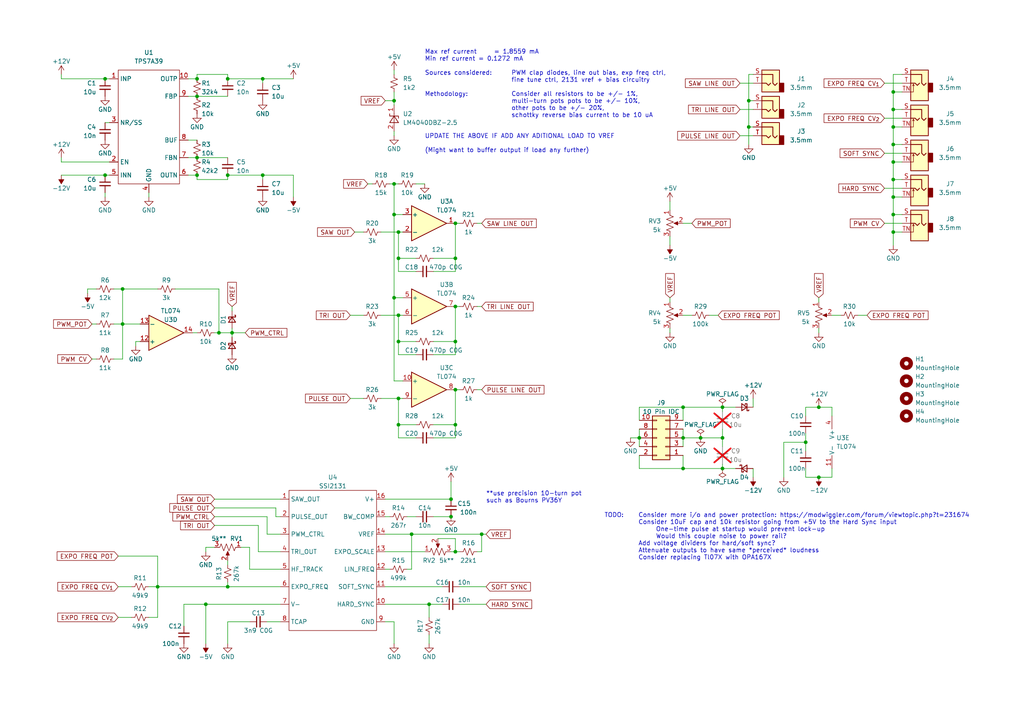
<source format=kicad_sch>
(kicad_sch (version 20230121) (generator eeschema)
  (paper "A4")
  (title_block (title "SSI2131 Reference") (rev "V0.1") (comment 1 "All Caps should be X7R or C0G"))
  (junction (at 35.56 83.82))
  (junction (at 124.46 175.26))
  (junction (at 259.08 57.15))
  (junction (at 203.2 127))
  (junction (at 237.49 118.11))
  (junction (at 66.04 22.86))
  (junction (at 115.57 67.31))
  (junction (at 259.08 41.91))
  (junction (at 57.15 50.8))
  (junction (at 59.69 175.26))
  (junction (at 35.56 93.98))
  (junction (at 63.5 96.52))
  (junction (at 209.55 127))
  (junction (at 115.57 123.19))
  (junction (at 198.12 118.11))
  (junction (at 66.04 50.8))
  (junction (at 209.55 135.89))
  (junction (at 119.38 154.94))
  (junction (at 259.08 52.07))
  (junction (at 30.48 22.86))
  (junction (at 259.08 62.23))
  (junction (at 132.08 64.77))
  (junction (at 217.17 36.83))
  (junction (at 198.12 127))
  (junction (at 132.08 113.03))
  (junction (at 114.3 29.21))
  (junction (at 115.57 91.44))
  (junction (at 198.12 135.89))
  (junction (at 130.81 144.78))
  (junction (at 259.08 46.99))
  (junction (at 67.31 96.52))
  (junction (at 45.72 170.18))
  (junction (at 130.81 149.86))
  (junction (at 66.04 170.18))
  (junction (at 57.15 27.94))
  (junction (at 259.08 31.75))
  (junction (at 114.3 53.34))
  (junction (at 132.08 74.93))
  (junction (at 259.08 26.67))
  (junction (at 115.57 115.57))
  (junction (at 139.7 154.94))
  (junction (at 132.08 99.06))
  (junction (at 30.48 50.8))
  (junction (at 132.08 88.9))
  (junction (at 114.3 62.23))
  (junction (at 115.57 74.93))
  (junction (at 259.08 67.31))
  (junction (at 217.17 29.21))
  (junction (at 132.08 160.02))
  (junction (at 132.08 123.19))
  (junction (at 76.2 50.8))
  (junction (at 114.3 86.36))
  (junction (at 209.55 118.11))
  (junction (at 237.49 138.43))
  (junction (at 57.15 45.72))
  (junction (at 233.68 128.27))
  (junction (at 57.15 22.86))
  (junction (at 185.42 127))
  (junction (at 115.57 99.06))
  (junction (at 76.2 22.86))
  (junction (at 259.08 36.83))
  (wire (pts (xy 182.88 127) (xy 185.42 127)))
  (wire (pts (xy 227.33 128.27) (xy 227.33 138.43)))
  (wire (pts (xy 72.39 158.75) (xy 69.85 158.75)))
  (wire (pts (xy 214.63 31.75) (xy 218.44 31.75)))
  (wire (pts (xy 241.3 91.44) (xy 243.84 91.44)))
  (wire (pts (xy 115.57 123.19) (xy 115.57 127)))
  (wire (pts (xy 198.12 118.11) (xy 198.12 121.92)))
  (wire (pts (xy 62.23 158.75) (xy 59.69 158.75)))
  (wire (pts (xy 259.08 52.07) (xy 261.62 52.07)))
  (wire (pts (xy 256.54 54.61) (xy 261.62 54.61)))
  (wire (pts (xy 203.2 127) (xy 209.55 127)))
  (wire (pts (xy 259.08 36.83) (xy 261.62 36.83)))
  (wire (pts (xy 35.56 83.82) (xy 45.72 83.82)))
  (wire (pts (xy 114.3 62.23) (xy 116.84 62.23)))
  (wire (pts (xy 111.76 175.26) (xy 124.46 175.26)))
  (wire (pts (xy 218.44 138.43) (xy 218.44 135.89)))
  (wire (pts (xy 114.3 26.67) (xy 114.3 29.21)))
  (wire (pts (xy 111.76 180.34) (xy 114.3 180.34)))
  (wire (pts (xy 259.08 31.75) (xy 261.62 31.75)))
  (wire (pts (xy 76.2 22.86) (xy 85.09 22.86)))
  (wire (pts (xy 45.72 170.18) (xy 66.04 170.18)))
  (wire (pts (xy 111.76 170.18) (xy 128.27 170.18)))
  (wire (pts (xy 259.08 57.15) (xy 261.62 57.15)))
  (wire (pts (xy 138.43 64.77) (xy 139.7 64.77)))
  (wire (pts (xy 233.68 138.43) (xy 237.49 138.43)))
  (wire (pts (xy 194.31 68.58) (xy 194.31 71.12)))
  (wire (pts (xy 30.48 50.8) (xy 31.75 50.8)))
  (wire (pts (xy 63.5 96.52) (xy 63.5 83.82)))
  (wire (pts (xy 66.04 162.56) (xy 66.04 163.83)))
  (wire (pts (xy 114.3 86.36) (xy 114.3 110.49)))
  (wire (pts (xy 132.08 123.19) (xy 132.08 113.03)))
  (wire (pts (xy 123.19 53.34) (xy 120.65 53.34)))
  (wire (pts (xy 57.15 52.07) (xy 66.04 52.07)))
  (wire (pts (xy 256.54 24.13) (xy 261.62 24.13)))
  (wire (pts (xy 76.2 52.07) (xy 76.2 50.8)))
  (wire (pts (xy 198.12 132.08) (xy 198.12 135.89)))
  (wire (pts (xy 185.42 127) (xy 185.42 129.54)))
  (wire (pts (xy 114.3 86.36) (xy 116.84 86.36)))
  (wire (pts (xy 198.12 127) (xy 203.2 127)))
  (wire (pts (xy 72.39 180.34) (xy 66.04 180.34)))
  (wire (pts (xy 217.17 36.83) (xy 218.44 36.83)))
  (wire (pts (xy 63.5 96.52) (xy 67.31 96.52)))
  (wire (pts (xy 111.76 165.1) (xy 113.03 165.1)))
  (wire (pts (xy 35.56 93.98) (xy 40.64 93.98)))
  (wire (pts (xy 39.37 99.06) (xy 39.37 100.33)))
  (wire (pts (xy 205.74 91.44) (xy 208.28 91.44)))
  (wire (pts (xy 256.54 34.29) (xy 261.62 34.29)))
  (wire (pts (xy 124.46 175.26) (xy 128.27 175.26)))
  (wire (pts (xy 66.04 50.8) (xy 76.2 50.8)))
  (wire (pts (xy 120.65 74.93) (xy 115.57 74.93)))
  (wire (pts (xy 132.08 160.02) (xy 132.08 156.21)))
  (wire (pts (xy 111.76 144.78) (xy 130.81 144.78)))
  (wire (pts (xy 77.47 180.34) (xy 81.28 180.34)))
  (wire (pts (xy 259.08 41.91) (xy 259.08 46.99)))
  (wire (pts (xy 185.42 132.08) (xy 185.42 135.89)))
  (wire (pts (xy 59.69 175.26) (xy 81.28 175.26)))
  (wire (pts (xy 259.08 62.23) (xy 261.62 62.23)))
  (wire (pts (xy 115.57 127) (xy 120.65 127)))
  (wire (pts (xy 241.3 138.43) (xy 237.49 138.43)))
  (wire (pts (xy 259.08 21.59) (xy 261.62 21.59)))
  (wire (pts (xy 120.65 123.19) (xy 115.57 123.19)))
  (wire (pts (xy 130.81 139.7) (xy 130.81 144.78)))
  (wire (pts (xy 33.02 83.82) (xy 35.56 83.82)))
  (wire (pts (xy 217.17 36.83) (xy 217.17 41.91)))
  (wire (pts (xy 53.34 181.61) (xy 53.34 175.26)))
  (wire (pts (xy 209.55 127) (xy 209.55 129.54)))
  (wire (pts (xy 233.68 128.27) (xy 233.68 130.81)))
  (wire (pts (xy 132.08 113.03) (xy 133.35 113.03)))
  (wire (pts (xy 111.76 154.94) (xy 119.38 154.94)))
  (wire (pts (xy 74.93 152.4) (xy 74.93 160.02)))
  (wire (pts (xy 62.23 152.4) (xy 74.93 152.4)))
  (wire (pts (xy 66.04 168.91) (xy 66.04 170.18)))
  (wire (pts (xy 115.57 123.19) (xy 115.57 115.57)))
  (wire (pts (xy 132.08 99.06) (xy 132.08 88.9)))
  (wire (pts (xy 233.68 125.73) (xy 233.68 128.27)))
  (wire (pts (xy 57.15 52.07) (xy 57.15 50.8)))
  (wire (pts (xy 67.31 96.52) (xy 67.31 97.79)))
  (wire (pts (xy 124.46 175.26) (xy 124.46 179.07)))
  (wire (pts (xy 67.31 88.9) (xy 67.31 90.17)))
  (wire (pts (xy 111.76 149.86) (xy 113.03 149.86)))
  (wire (pts (xy 57.15 21.59) (xy 57.15 22.86)))
  (wire (pts (xy 248.92 91.44) (xy 251.46 91.44)))
  (wire (pts (xy 132.08 74.93) (xy 132.08 64.77)))
  (wire (pts (xy 138.43 113.03) (xy 139.7 113.03)))
  (wire (pts (xy 33.02 93.98) (xy 35.56 93.98)))
  (wire (pts (xy 17.78 22.86) (xy 17.78 21.59)))
  (wire (pts (xy 259.08 36.83) (xy 259.08 41.91)))
  (wire (pts (xy 74.93 160.02) (xy 81.28 160.02)))
  (wire (pts (xy 217.17 29.21) (xy 217.17 36.83)))
  (wire (pts (xy 77.47 149.86) (xy 77.47 154.94)))
  (wire (pts (xy 125.73 78.74) (xy 132.08 78.74)))
  (wire (pts (xy 54.61 40.64) (xy 57.15 40.64)))
  (wire (pts (xy 66.04 180.34) (xy 66.04 186.69)))
  (wire (pts (xy 114.3 38.1) (xy 114.3 39.37)))
  (wire (pts (xy 194.31 86.36) (xy 194.31 87.63)))
  (wire (pts (xy 233.68 118.11) (xy 237.49 118.11)))
  (wire (pts (xy 115.57 78.74) (xy 120.65 78.74)))
  (wire (pts (xy 139.7 160.02) (xy 139.7 154.94)))
  (wire (pts (xy 198.12 118.11) (xy 209.55 118.11)))
  (wire (pts (xy 227.33 128.27) (xy 233.68 128.27)))
  (wire (pts (xy 115.57 91.44) (xy 116.84 91.44)))
  (wire (pts (xy 66.04 22.86) (xy 76.2 22.86)))
  (wire (pts (xy 76.2 24.13) (xy 76.2 22.86)))
  (wire (pts (xy 132.08 102.87) (xy 132.08 99.06)))
  (wire (pts (xy 185.42 135.89) (xy 198.12 135.89)))
  (wire (pts (xy 209.55 135.89) (xy 213.36 135.89)))
  (wire (pts (xy 198.12 64.77) (xy 200.66 64.77)))
  (wire (pts (xy 66.04 170.18) (xy 81.28 170.18)))
  (wire (pts (xy 241.3 118.11) (xy 241.3 120.65)))
  (wire (pts (xy 194.31 58.42) (xy 194.31 60.96)))
  (wire (pts (xy 120.65 99.06) (xy 115.57 99.06)))
  (wire (pts (xy 17.78 50.8) (xy 30.48 50.8)))
  (wire (pts (xy 115.57 99.06) (xy 115.57 102.87)))
  (wire (pts (xy 259.08 57.15) (xy 259.08 62.23)))
  (wire (pts (xy 119.38 165.1) (xy 119.38 154.94)))
  (wire (pts (xy 125.73 149.86) (xy 130.81 149.86)))
  (wire (pts (xy 25.4 85.09) (xy 25.4 83.82)))
  (wire (pts (xy 256.54 44.45) (xy 261.62 44.45)))
  (wire (pts (xy 62.23 147.32) (xy 80.01 147.32)))
  (wire (pts (xy 132.08 78.74) (xy 132.08 74.93)))
  (wire (pts (xy 130.81 160.02) (xy 132.08 160.02)))
  (wire (pts (xy 34.29 170.18) (xy 38.1 170.18)))
  (wire (pts (xy 101.6 91.44) (xy 105.41 91.44)))
  (wire (pts (xy 72.39 165.1) (xy 72.39 158.75)))
  (wire (pts (xy 110.49 115.57) (xy 115.57 115.57)))
  (wire (pts (xy 43.18 55.88) (xy 43.18 57.15)))
  (wire (pts (xy 35.56 83.82) (xy 35.56 93.98)))
  (wire (pts (xy 259.08 26.67) (xy 261.62 26.67)))
  (wire (pts (xy 77.47 154.94) (xy 81.28 154.94)))
  (wire (pts (xy 81.28 165.1) (xy 72.39 165.1)))
  (wire (pts (xy 62.23 96.52) (xy 63.5 96.52)))
  (wire (pts (xy 198.12 127) (xy 198.12 129.54)))
  (wire (pts (xy 132.08 88.9) (xy 133.35 88.9)))
  (wire (pts (xy 233.68 118.11) (xy 233.68 120.65)))
  (wire (pts (xy 198.12 135.89) (xy 209.55 135.89)))
  (wire (pts (xy 139.7 154.94) (xy 140.97 154.94)))
  (wire (pts (xy 209.55 135.89) (xy 209.55 134.62)))
  (wire (pts (xy 57.15 21.59) (xy 66.04 21.59)))
  (wire (pts (xy 133.35 175.26) (xy 140.97 175.26)))
  (wire (pts (xy 118.11 149.86) (xy 120.65 149.86)))
  (wire (pts (xy 125.73 102.87) (xy 132.08 102.87)))
  (wire (pts (xy 17.78 22.86) (xy 30.48 22.86)))
  (wire (pts (xy 259.08 67.31) (xy 259.08 71.12)))
  (wire (pts (xy 102.87 67.31) (xy 105.41 67.31)))
  (wire (pts (xy 33.02 104.14) (xy 35.56 104.14)))
  (wire (pts (xy 111.76 160.02) (xy 123.19 160.02)))
  (wire (pts (xy 259.08 67.31) (xy 261.62 67.31)))
  (wire (pts (xy 17.78 46.99) (xy 17.78 45.72)))
  (wire (pts (xy 218.44 115.57) (xy 218.44 118.11)))
  (wire (pts (xy 241.3 135.89) (xy 241.3 138.43)))
  (wire (pts (xy 185.42 118.11) (xy 198.12 118.11)))
  (wire (pts (xy 40.64 99.06) (xy 39.37 99.06)))
  (wire (pts (xy 66.04 21.59) (xy 66.04 22.86)))
  (wire (pts (xy 138.43 88.9) (xy 139.7 88.9)))
  (wire (pts (xy 237.49 86.36) (xy 237.49 87.63)))
  (wire (pts (xy 45.72 170.18) (xy 45.72 161.29)))
  (wire (pts (xy 194.31 95.25) (xy 194.31 96.52)))
  (wire (pts (xy 115.57 115.57) (xy 116.84 115.57)))
  (wire (pts (xy 25.4 83.82) (xy 27.94 83.82)))
  (wire (pts (xy 30.48 22.86) (xy 31.75 22.86)))
  (wire (pts (xy 54.61 45.72) (xy 57.15 45.72)))
  (wire (pts (xy 34.29 179.07) (xy 38.1 179.07)))
  (wire (pts (xy 259.08 46.99) (xy 261.62 46.99)))
  (wire (pts (xy 59.69 158.75) (xy 59.69 160.02)))
  (wire (pts (xy 259.08 41.91) (xy 261.62 41.91)))
  (wire (pts (xy 45.72 179.07) (xy 45.72 170.18)))
  (wire (pts (xy 125.73 123.19) (xy 132.08 123.19)))
  (wire (pts (xy 118.11 165.1) (xy 119.38 165.1)))
  (wire (pts (xy 17.78 46.99) (xy 31.75 46.99)))
  (wire (pts (xy 132.08 127) (xy 132.08 123.19)))
  (wire (pts (xy 125.73 99.06) (xy 132.08 99.06)))
  (wire (pts (xy 59.69 175.26) (xy 59.69 186.69)))
  (wire (pts (xy 259.08 62.23) (xy 259.08 67.31)))
  (wire (pts (xy 114.3 20.32) (xy 114.3 21.59)))
  (wire (pts (xy 133.35 170.18) (xy 140.97 170.18)))
  (wire (pts (xy 85.09 50.8) (xy 85.09 57.15)))
  (wire (pts (xy 114.3 30.48) (xy 114.3 29.21)))
  (wire (pts (xy 81.28 144.78) (xy 62.23 144.78)))
  (wire (pts (xy 66.04 52.07) (xy 66.04 50.8)))
  (wire (pts (xy 62.23 149.86) (xy 77.47 149.86)))
  (wire (pts (xy 34.29 161.29) (xy 45.72 161.29)))
  (wire (pts (xy 114.3 110.49) (xy 116.84 110.49)))
  (wire (pts (xy 259.08 46.99) (xy 259.08 52.07)))
  (wire (pts (xy 110.49 91.44) (xy 115.57 91.44)))
  (wire (pts (xy 26.67 104.14) (xy 27.94 104.14)))
  (wire (pts (xy 115.57 99.06) (xy 115.57 91.44)))
  (wire (pts (xy 114.3 186.69) (xy 114.3 180.34)))
  (wire (pts (xy 217.17 29.21) (xy 218.44 29.21)))
  (wire (pts (xy 43.18 170.18) (xy 45.72 170.18)))
  (wire (pts (xy 115.57 74.93) (xy 115.57 78.74)))
  (wire (pts (xy 198.12 124.46) (xy 198.12 127)))
  (wire (pts (xy 26.67 93.98) (xy 27.94 93.98)))
  (wire (pts (xy 57.15 45.72) (xy 66.04 45.72)))
  (wire (pts (xy 30.48 35.56) (xy 31.75 35.56)))
  (wire (pts (xy 110.49 67.31) (xy 115.57 67.31)))
  (wire (pts (xy 259.08 21.59) (xy 259.08 26.67)))
  (wire (pts (xy 259.08 26.67) (xy 259.08 31.75)))
  (wire (pts (xy 113.03 53.34) (xy 114.3 53.34)))
  (wire (pts (xy 54.61 22.86) (xy 57.15 22.86)))
  (wire (pts (xy 115.57 67.31) (xy 116.84 67.31)))
  (wire (pts (xy 209.55 118.11) (xy 209.55 119.38)))
  (wire (pts (xy 125.73 127) (xy 132.08 127)))
  (wire (pts (xy 218.44 21.59) (xy 217.17 21.59)))
  (wire (pts (xy 30.48 57.15) (xy 30.48 55.88)))
  (wire (pts (xy 138.43 160.02) (xy 139.7 160.02)))
  (wire (pts (xy 119.38 154.94) (xy 139.7 154.94)))
  (wire (pts (xy 35.56 104.14) (xy 35.56 93.98)))
  (wire (pts (xy 124.46 184.15) (xy 124.46 186.69)))
  (wire (pts (xy 115.57 102.87) (xy 120.65 102.87)))
  (wire (pts (xy 209.55 118.11) (xy 213.36 118.11)))
  (wire (pts (xy 237.49 95.25) (xy 237.49 96.52)))
  (wire (pts (xy 214.63 24.13) (xy 218.44 24.13)))
  (wire (pts (xy 43.18 179.07) (xy 45.72 179.07)))
  (wire (pts (xy 132.08 64.77) (xy 133.35 64.77)))
  (wire (pts (xy 125.73 74.93) (xy 132.08 74.93)))
  (wire (pts (xy 259.08 31.75) (xy 259.08 36.83)))
  (wire (pts (xy 101.6 115.57) (xy 105.41 115.57)))
  (wire (pts (xy 67.31 96.52) (xy 71.12 96.52)))
  (wire (pts (xy 233.68 135.89) (xy 233.68 138.43)))
  (wire (pts (xy 57.15 27.94) (xy 66.04 27.94)))
  (wire (pts (xy 114.3 53.34) (xy 114.3 62.23)))
  (wire (pts (xy 185.42 124.46) (xy 185.42 127)))
  (wire (pts (xy 198.12 91.44) (xy 200.66 91.44)))
  (wire (pts (xy 217.17 21.59) (xy 217.17 29.21)))
  (wire (pts (xy 80.01 147.32) (xy 80.01 149.86)))
  (wire (pts (xy 54.61 50.8) (xy 57.15 50.8)))
  (wire (pts (xy 53.34 175.26) (xy 59.69 175.26)))
  (wire (pts (xy 54.61 27.94) (xy 57.15 27.94)))
  (wire (pts (xy 185.42 121.92) (xy 185.42 118.11)))
  (wire (pts (xy 80.01 149.86) (xy 81.28 149.86)))
  (wire (pts (xy 76.2 50.8) (xy 85.09 50.8)))
  (wire (pts (xy 114.3 62.23) (xy 114.3 86.36)))
  (wire (pts (xy 114.3 53.34) (xy 115.57 53.34)))
  (wire (pts (xy 111.76 29.21) (xy 114.3 29.21)))
  (wire (pts (xy 237.49 118.11) (xy 241.3 118.11)))
  (wire (pts (xy 106.68 53.34) (xy 107.95 53.34)))
  (wire (pts (xy 256.54 64.77) (xy 261.62 64.77)))
  (wire (pts (xy 127 156.21) (xy 132.08 156.21)))
  (wire (pts (xy 115.57 74.93) (xy 115.57 67.31)))
  (wire (pts (xy 132.08 160.02) (xy 133.35 160.02)))
  (wire (pts (xy 214.63 39.37) (xy 218.44 39.37)))
  (wire (pts (xy 57.15 96.52) (xy 55.88 96.52)))
  (wire (pts (xy 209.55 124.46) (xy 209.55 127)))
  (wire (pts (xy 259.08 52.07) (xy 259.08 57.15)))
  (wire (pts (xy 50.8 83.82) (xy 63.5 83.82)))
  (wire (pts (xy 67.31 95.25) (xy 67.31 96.52)))
  (text "**use precision 10-turn pot\nsuch as Bourns PV36Y" (at 140.97 146.05 0) (effects (font (size 1.27 1.27)) (justify left bottom)))
  (text "UPDATE THE ABOVE IF ADD ANY ADITIONAL LOAD TO VREF\n\n(Might want to buffer output if load any further)" (at 123.19 44.45 0) (effects (font (size 1.27 1.27)) (justify left bottom)))
  (text "Max ref current	= 1.8559 mA\nMin ref current = 0.1272 mA\n\nSources considered:	PWM clap diodes, line out bias, exp freq ctrl, \n					fine tune ctrl, 2131 vref + bias circuitry\n\nMethodology: 		Consider all resistors to be +/- 1%, \n					multi-turn pots pots to be +/- 10%, \n					other pots to be +/- 20%,\n					schottky reverse bias current to be 10 uA" (at 123.19 34.29 0) (effects (font (size 1.27 1.27)) (justify left bottom)))
  (text "TODO:	Consider more i/o and power protection: https://modwiggler.com/forum/viewtopic.php?t=231674\n		Consider 10uF cap and 10k resistor going from +5V to the Hard Sync input\n			One-time pulse at startup would prevent lock-up\n			Would this couple noise to power rail?\n		Add voltage dividers for hard/soft sync?\n		Attenuate outputs to have same *perceived* loudness\n		Consider replacing Tl07X with OPA167X" (at 175.26 162.56 0) (effects (font (size 1.27 1.27)) (justify left bottom)))
  (global_label "EXPO FREQ POT" (shape input) (at 34.29 161.29 180) (property "Intersheetrefs" "${INTERSHEET_REFS}" (effects hide)))
  (global_label "VREF" (shape input) (at 194.31 86.36 90) (property "Intersheetrefs" "${INTERSHEET_REFS}" (effects hide)))
  (global_label "PWM_CTRL" (shape input) (at 71.12 96.52 0) (property "Intersheetrefs" "${INTERSHEET_REFS}" (effects hide)))
  (global_label "TRI OUT" (shape input) (at 62.23 152.4 180) (property "Intersheetrefs" "${INTERSHEET_REFS}" (effects hide)))
  (global_label "PWM_POT" (shape input) (at 26.67 93.98 180) (property "Intersheetrefs" "${INTERSHEET_REFS}" (effects hide)))
  (global_label "VREF" (shape input) (at 140.97 154.94 0) (property "Intersheetrefs" "${INTERSHEET_REFS}" (effects hide)))
  (global_label "PWM_CTRL" (shape input) (at 62.23 149.86 180) (property "Intersheetrefs" "${INTERSHEET_REFS}" (effects hide)))
  (global_label "PWM CV" (shape input) (at 256.54 64.77 180) (property "Intersheetrefs" "${INTERSHEET_REFS}" (effects hide)))
  (global_label "PULSE LINE OUT" (shape input) (at 139.7 113.03 0) (property "Intersheetrefs" "${INTERSHEET_REFS}" (effects hide)))
  (global_label "VREF" (shape input) (at 67.31 88.9 90) (property "Intersheetrefs" "${INTERSHEET_REFS}" (effects hide)))
  (global_label "EXPO FREQ CV_{1}" (shape input) (at 34.29 170.18 180) (property "Intersheetrefs" "${INTERSHEET_REFS}" (effects hide)))
  (global_label "HARD SYNC" (shape input) (at 256.54 54.61 180) (property "Intersheetrefs" "${INTERSHEET_REFS}" (effects hide)))
  (global_label "EXPO FREQ POT" (shape input) (at 251.46 91.44 0) (property "Intersheetrefs" "${INTERSHEET_REFS}" (effects hide)))
  (global_label "PWM_POT" (shape input) (at 200.66 64.77 0) (property "Intersheetrefs" "${INTERSHEET_REFS}" (effects hide)))
  (global_label "VREF" (shape input) (at 111.76 29.21 180) (property "Intersheetrefs" "${INTERSHEET_REFS}" (effects hide)))
  (global_label "VREF" (shape input) (at 106.68 53.34 180) (property "Intersheetrefs" "${INTERSHEET_REFS}" (effects hide)))
  (global_label "TRI LINE OUT" (shape input) (at 139.7 88.9 0) (property "Intersheetrefs" "${INTERSHEET_REFS}" (effects hide)))
  (global_label "HARD SYNC" (shape input) (at 140.97 175.26 0) (property "Intersheetrefs" "${INTERSHEET_REFS}" (effects hide)))
  (global_label "PULSE OUT" (shape input) (at 101.6 115.57 180) (property "Intersheetrefs" "${INTERSHEET_REFS}" (effects hide)))
  (global_label "VREF" (shape input) (at 237.49 86.36 90) (property "Intersheetrefs" "${INTERSHEET_REFS}" (effects hide)))
  (global_label "EXPO FREQ CV_{1}" (shape input) (at 256.54 24.13 180) (property "Intersheetrefs" "${INTERSHEET_REFS}" (effects hide)))
  (global_label "SOFT SYNC" (shape input) (at 256.54 44.45 180) (property "Intersheetrefs" "${INTERSHEET_REFS}" (effects hide)))
  (global_label "SAW LINE OUT" (shape input) (at 214.63 24.13 180) (property "Intersheetrefs" "${INTERSHEET_REFS}" (effects hide)))
  (global_label "EXPO FREQ CV_{2}" (shape input) (at 34.29 179.07 180) (property "Intersheetrefs" "${INTERSHEET_REFS}" (effects hide)))
  (global_label "EXPO FREQ CV_{2}" (shape input) (at 256.54 34.29 180) (property "Intersheetrefs" "${INTERSHEET_REFS}" (effects hide)))
  (global_label "SOFT SYNC" (shape input) (at 140.97 170.18 0) (property "Intersheetrefs" "${INTERSHEET_REFS}" (effects hide)))
  (global_label "EXPO FREQ POT" (shape input) (at 208.28 91.44 0) (property "Intersheetrefs" "${INTERSHEET_REFS}" (effects hide)))
  (global_label "TRI OUT" (shape input) (at 101.6 91.44 180) (property "Intersheetrefs" "${INTERSHEET_REFS}" (effects hide)))
  (global_label "SAW LINE OUT" (shape input) (at 139.7 64.77 0) (property "Intersheetrefs" "${INTERSHEET_REFS}" (effects hide)))
  (global_label "PULSE LINE OUT" (shape input) (at 214.63 39.37 180) (property "Intersheetrefs" "${INTERSHEET_REFS}" (effects hide)))
  (global_label "TRI LINE OUT" (shape input) (at 214.63 31.75 180) (property "Intersheetrefs" "${INTERSHEET_REFS}" (effects hide)))
  (global_label "PULSE OUT" (shape input) (at 62.23 147.32 180) (property "Intersheetrefs" "${INTERSHEET_REFS}" (effects hide)))
  (global_label "SAW OUT" (shape input) (at 62.23 144.78 180) (property "Intersheetrefs" "${INTERSHEET_REFS}" (effects hide)))
  (global_label "PWM CV" (shape input) (at 26.67 104.14 180) (property "Intersheetrefs" "${INTERSHEET_REFS}" (effects hide)))
  (global_label "SAW OUT" (shape input) (at 102.87 67.31 180) (property "Intersheetrefs" "${INTERSHEET_REFS}" (effects hide)))
  (symbol (lib_id "Device:C_Small") (at 130.81 175.26 90) (unit 1)
    (property "Reference" "C17" (at 128.27 173.99 90))
    (property "Value" "10n" (at 134.62 173.99 90))
    (property "Footprint" "Capacitor_SMD:C_0402_1005Metric" (effects hide))
  )
  (symbol (lib_id "Connector_Audio:AudioJack2_SwitchT") (at 266.7 64.77 0) (mirror y) (unit 1)
    (property "Reference" "J8" (at 275.59 63.5 0))
    (property "Value" "3.5mm" (at 275.59 66.04 0))
    (property "Footprint" "Wire_Bodge_Eurorack:PJ-301BM_disconnect" (effects hide))
  )
  (symbol (lib_id "Device:R_Small_US") (at 135.89 64.77 90) (unit 1)
    (property "Reference" "R21" (at 135.89 62.23 90))
    (property "Value" "1k" (at 135.89 67.31 90))
    (property "Footprint" "Resistor_SMD:R_0402_1005Metric" (effects hide))
  )
  (symbol (lib_id "Device:C_Small") (at 209.55 132.08 0) (mirror y) (unit 1) (dnp yes)
    (property "Reference" "C9" (at 213.36 130.81 0))
    (property "Value" "10u" (at 213.36 133.35 0))
    (property "Footprint" "Capacitor_SMD:C_0603_1608Metric" (effects hide))
  )
  (symbol (lib_id "power:GND") (at 237.49 96.52 0) (unit 1)
    (property "Reference" "#PWR0108" (effects hide))
    (property "Value" "GND" (at 237.49 100.33 0))
  )
  (symbol (lib_id "Device:R_Potentiometer_US") (at 237.49 91.44 0) (unit 1)
    (property "Reference" "RV5" (at 234.95 90.805 0) (effects (justify right)))
    (property "Value" "5k" (at 234.95 93.345 0) (effects (justify right)))
    (property "Footprint" "Wire_Bodge_Eurorack:Potentiometer_Alpha_RD901F-40-00D_Single_Vertical_Bodge" (effects hide))
  )
  (symbol (lib_id "Device:C_Small") (at 76.2 26.67 0) (unit 1)
    (property "Reference" "C3" (at 78.74 25.4063 0) (effects (justify left)))
    (property "Value" "10u" (at 78.74 27.9463 0) (effects (justify left)))
    (property "Footprint" "Capacitor_SMD:C_0603_1608Metric" (effects hide))
  )
  (symbol (lib_id "Device:D_Schottky_Small") (at 215.9 118.11 180) (unit 1)
    (property "Reference" "D3" (at 215.9 115.57 0))
    (property "Value" "D_Schottky_Small" (effects hide))
    (property "Footprint" "Diode_SMD:D_SOD-323" (effects hide))
  )
  (symbol (lib_id "power:+12V") (at 237.49 118.11 0) (unit 1)
    (property "Reference" "#PWR0109" (effects hide))
    (property "Value" "+12V" (at 237.49 114.3 0))
  )
  (symbol (lib_id "power:GND") (at 259.08 71.12 0) (unit 1)
    (property "Reference" "#PWR0107" (effects hide))
    (property "Value" "GND" (at 259.08 74.93 0))
  )
  (symbol (lib_id "Connector_Audio:AudioJack2_SwitchT") (at 266.7 24.13 0) (mirror y) (unit 1)
    (property "Reference" "J4" (at 275.59 22.86 0))
    (property "Value" "3.5mm" (at 275.59 25.4 0))
    (property "Footprint" "Wire_Bodge_Eurorack:PJ-301BM_disconnect" (effects hide))
  )
  (symbol (lib_id "Mechanical:MountingHole") (at 262.89 105.41 0) (unit 1)
    (property "Reference" "H1" (at 265.43 104.14 0) (effects (justify left)))
    (property "Value" "MountingHole" (at 265.43 106.68 0) (effects (justify left)))
    (property "Footprint" "MountingHole:MountingHole_3.2mm_M3" (effects hide))
  )
  (symbol (lib_id "power:GND") (at 123.19 53.34 0) (unit 1)
    (property "Reference" "#PWR0120" (effects hide))
    (property "Value" "GND" (at 123.19 57.15 0))
  )
  (symbol (lib_id "Device:R_Small_US") (at 59.69 96.52 90) (unit 1)
    (property "Reference" "R10" (at 59.69 93.98 90))
    (property "Value" "10k" (at 59.69 99.06 90))
    (property "Footprint" "Resistor_SMD:R_0402_1005Metric" (effects hide))
  )
  (symbol (lib_id "power:GND") (at 39.37 100.33 0) (unit 1)
    (property "Reference" "#PWR0122" (effects hide))
    (property "Value" "GND" (at 39.37 104.14 0))
  )
  (symbol (lib_id "power:-5V") (at 194.31 71.12 180) (unit 1)
    (property "Reference" "#PWR0113" (effects hide))
    (property "Value" "-5V" (at 194.31 74.93 0))
  )
  (symbol (lib_id "power:PWR_FLAG") (at 209.55 135.89 180) (unit 1)
    (property "Reference" "#FLG0101" (effects hide))
    (property "Value" "PWR_FLAG" (at 209.55 139.7 0))
  )
  (symbol (lib_id "Device:R_Small_US") (at 40.64 170.18 90) (unit 1)
    (property "Reference" "R11" (at 40.64 167.64 90))
    (property "Value" "49k9" (at 40.64 172.72 90))
    (property "Footprint" "Resistor_SMD:R_0402_1005Metric" (effects hide))
  )
  (symbol (lib_id "Device:R_Small_US") (at 135.89 88.9 90) (unit 1)
    (property "Reference" "R24" (at 135.89 86.36 90))
    (property "Value" "1k" (at 135.89 91.44 90))
    (property "Footprint" "Resistor_SMD:R_0402_1005Metric" (effects hide))
  )
  (symbol (lib_id "power:-12V") (at 17.78 50.8 180) (unit 1)
    (property "Reference" "#PWR0129" (effects hide))
    (property "Value" "-12V" (at 17.78 54.61 0))
  )
  (symbol (lib_id "Device:R_Small_US") (at 30.48 104.14 90) (unit 1)
    (property "Reference" "R8" (at 30.48 101.6 90))
    (property "Value" "11k" (at 30.48 106.68 90))
    (property "Footprint" "Resistor_SMD:R_0603_1608Metric" (effects hide))
  )
  (symbol (lib_id "Device:C_Small") (at 209.55 121.92 0) (mirror y) (unit 1) (dnp yes)
    (property "Reference" "C8" (at 213.36 120.65 0))
    (property "Value" "10u" (at 213.36 123.19 0))
    (property "Footprint" "Capacitor_SMD:C_0603_1608Metric" (effects hide))
  )
  (symbol (lib_id "bushwhacker:SSI2131_tall_symbol") (at 96.52 165.1 0) (unit 1)
    (property "Reference" "U4" (at 96.52 138.43 0))
    (property "Value" "SSI2131" (at 96.52 140.97 0))
    (property "Footprint" "Package_SO:SOP-16_4.55x10.3mm_P1.27mm" (effects hide))
  )
  (symbol (lib_id "power:GND") (at 227.33 138.43 0) (unit 1)
    (property "Reference" "#PWR0103" (effects hide))
    (property "Value" "GND" (at 227.33 142.24 0))
  )
  (symbol (lib_id "bushwhacker:TPS7A39") (at 43.18 36.83 0) (unit 1)
    (property "Reference" "U1" (at 43.18 15.24 0))
    (property "Value" "TPS7A39" (at 43.18 17.78 0))
    (property "Footprint" "Package_SON:Texas_DSC0010J" (effects hide))
  )
  (symbol (lib_id "power:GND") (at 43.18 57.15 0) (unit 1)
    (property "Reference" "#PWR01" (effects hide))
    (property "Value" "GND" (at 43.18 60.96 0))
  )
  (symbol (lib_id "Amplifier_Operational:TL074") (at 124.46 64.77 0) (unit 1)
    (property "Reference" "U3" (at 129.54 58.42 0))
    (property "Value" "TL074" (at 129.54 60.96 0))
    (property "Footprint" "Package_SO:TSSOP-14_4.4x5mm_P0.65mm" (effects hide))
    (property "Datasheet" "http://www.ti.com/lit/ds/symlink/tl071.pdf" (effects hide))
  )
  (symbol (lib_id "power:+5V") (at 114.3 20.32 0) (unit 1)
    (property "Reference" "#PWR0119" (effects hide))
    (property "Value" "+5V" (at 114.3 16.51 0))
  )
  (symbol (lib_id "Device:R_Small_US") (at 107.95 115.57 90) (unit 1)
    (property "Reference" "R26" (at 107.95 113.03 90))
    (property "Value" "3k" (at 107.95 118.11 90))
    (property "Footprint" "Resistor_SMD:R_0603_1608Metric" (effects hide))
  )
  (symbol (lib_id "Connector_Audio:AudioJack2") (at 223.52 31.75 0) (mirror y) (unit 1)
    (property "Reference" "J2" (at 232.41 30.48 0))
    (property "Value" "3.5mm" (at 232.41 33.02 0))
    (property "Footprint" "Wire_Bodge_Eurorack:PJ-301BM" (effects hide))
  )
  (symbol (lib_id "Device:C_Small") (at 66.04 48.26 0) (unit 1)
    (property "Reference" "C5" (at 68.58 46.9963 0) (effects (justify left)))
    (property "Value" "10n" (at 68.58 49.5363 0) (effects (justify left)))
    (property "Footprint" "Capacitor_SMD:C_0402_1005Metric" (effects hide))
  )
  (symbol (lib_id "Amplifier_Operational:TL074") (at 124.46 113.03 0) (unit 3)
    (property "Reference" "U3" (at 129.54 106.68 0))
    (property "Value" "TL074" (at 129.54 109.22 0))
    (property "Footprint" "Package_SO:TSSOP-14_4.4x5mm_P0.65mm" (effects hide))
    (property "Datasheet" "http://www.ti.com/lit/ds/symlink/tl071.pdf" (effects hide))
  )
  (symbol (lib_id "power:-12V") (at 237.49 138.43 180) (unit 1)
    (property "Reference" "#PWR0101" (effects hide))
    (property "Value" "-12V" (at 237.49 142.24 0))
  )
  (symbol (lib_id "Device:C_Small") (at 66.04 25.4 0) (unit 1)
    (property "Reference" "C2" (at 68.58 24.1363 0) (effects (justify left)))
    (property "Value" "10n" (at 68.58 26.6763 0) (effects (justify left)))
    (property "Footprint" "Capacitor_SMD:C_0402_1005Metric" (effects hide))
  )
  (symbol (lib_id "Connector_Audio:AudioJack2") (at 223.52 39.37 0) (mirror y) (unit 1)
    (property "Reference" "J3" (at 232.41 38.1 0))
    (property "Value" "3.5mm" (at 232.41 40.64 0))
    (property "Footprint" "Wire_Bodge_Eurorack:PJ-301BM" (effects hide))
  )
  (symbol (lib_id "Device:R_Small_US") (at 57.15 48.26 0) (unit 1)
    (property "Reference" "R4" (at 58.42 46.99 0) (effects (justify left)))
    (property "Value" "42k2" (at 58.42 49.53 0) (effects (justify left)))
    (property "Footprint" "Resistor_SMD:R_0402_1005Metric" (effects hide))
  )
  (symbol (lib_id "Device:R_Potentiometer_US") (at 127 160.02 90) (unit 1)
    (property "Reference" "RV2" (at 124.46 162.56 90))
    (property "Value" "5k**" (at 129.54 162.56 90))
    (property "Footprint" "Potentiometer_SMD:Potentiometer_Bourns_3224W_Vertical" (effects hide))
  )
  (symbol (lib_id "Device:C_Small") (at 30.48 53.34 0) (mirror y) (unit 1)
    (property "Reference" "C6" (at 27.94 52.0763 0) (effects (justify left)))
    (property "Value" "10u" (at 27.94 54.6163 0) (effects (justify left)))
    (property "Footprint" "Capacitor_SMD:C_0603_1608Metric" (effects hide))
  )
  (symbol (lib_id "Device:C_Small") (at 74.93 180.34 90) (unit 1)
    (property "Reference" "C13" (at 74.93 177.8 90))
    (property "Value" "3n9 C0G" (at 74.93 182.88 90))
    (property "Footprint" "Capacitor_SMD:C_0603_1608Metric" (effects hide))
  )
  (symbol (lib_id "Device:R_Potentiometer_US") (at 66.04 158.75 270) (unit 1)
    (property "Reference" "RV1" (at 68.58 156.21 90))
    (property "Value" "5k**" (at 63.5 156.21 90))
    (property "Footprint" "Potentiometer_SMD:Potentiometer_Bourns_3224W_Vertical" (effects hide))
  )
  (symbol (lib_id "power:+12V") (at 17.78 21.59 0) (unit 1)
    (property "Reference" "#PWR0130" (effects hide))
    (property "Value" "+12V" (at 17.78 17.78 0))
  )
  (symbol (lib_id "Device:R_Potentiometer_US") (at 194.31 91.44 0) (unit 1)
    (property "Reference" "RV4" (at 191.77 90.805 0) (effects (justify right)))
    (property "Value" "5k" (at 191.77 93.345 0) (effects (justify right)))
    (property "Footprint" "Wire_Bodge_Eurorack:Potentiometer_Alpha_RD901F-40-00D_Single_Vertical_Bodge" (effects hide))
  )
  (symbol (lib_id "Connector_Audio:AudioJack2_SwitchT") (at 266.7 54.61 0) (mirror y) (unit 1)
    (property "Reference" "J7" (at 275.59 53.34 0))
    (property "Value" "3.5mm" (at 275.59 55.88 0))
    (property "Footprint" "Wire_Bodge_Eurorack:PJ-301BM_disconnect" (effects hide))
  )
  (symbol (lib_id "power:GND") (at 53.34 186.69 0) (unit 1)
    (property "Reference" "#PWR0139" (effects hide))
    (property "Value" "GND" (at 53.34 190.5 0))
  )
  (symbol (lib_id "power:-5V") (at 59.69 186.69 180) (unit 1)
    (property "Reference" "#PWR0137" (effects hide))
    (property "Value" "-5V" (at 59.69 190.5 0))
  )
  (symbol (lib_id "Device:R_Small_US") (at 115.57 149.86 90) (unit 1)
    (property "Reference" "R14" (at 115.57 147.32 90))
    (property "Value" "267r" (at 115.57 152.4 90))
    (property "Footprint" "Resistor_SMD:R_0402_1005Metric" (effects hide))
  )
  (symbol (lib_id "Device:R_Small_US") (at 135.89 160.02 90) (unit 1)
    (property "Reference" "R16" (at 135.89 157.48 90))
    (property "Value" "22k1" (at 135.89 162.56 90))
    (property "Footprint" "Resistor_SMD:R_0402_1005Metric" (effects hide))
  )
  (symbol (lib_id "Amplifier_Operational:TL074") (at 243.84 128.27 0) (unit 5)
    (property "Reference" "U3" (at 242.57 127 0) (effects (justify left)))
    (property "Value" "TL074" (at 242.57 129.54 0) (effects (justify left)))
    (property "Footprint" "Package_SO:TSSOP-14_4.4x5mm_P0.65mm" (effects hide))
    (property "Datasheet" "http://www.ti.com/lit/ds/symlink/tl071.pdf" (effects hide))
  )
  (symbol (lib_id "power:+12V") (at 218.44 115.57 0) (unit 1)
    (property "Reference" "#PWR0110" (effects hide))
    (property "Value" "+12V" (at 218.44 111.76 0))
  )
  (symbol (lib_id "Device:R_Small_US") (at 123.19 99.06 90) (unit 1)
    (property "Reference" "R25" (at 119.38 96.52 90))
    (property "Value" "12k" (at 127 96.52 90))
    (property "Footprint" "Resistor_SMD:R_0402_1005Metric" (effects hide))
  )
  (symbol (lib_id "Device:R_Small_US") (at 30.48 83.82 90) (unit 1)
    (property "Reference" "R6" (at 30.48 81.28 90))
    (property "Value" "12k" (at 30.48 86.36 90))
    (property "Footprint" "Resistor_SMD:R_0402_1005Metric" (effects hide))
  )
  (symbol (lib_id "Device:C_Small") (at 123.19 149.86 90) (unit 1)
    (property "Reference" "C14" (at 123.19 147.32 90))
    (property "Value" "10n" (at 123.19 152.4 90))
    (property "Footprint" "Capacitor_SMD:C_0402_1005Metric" (effects hide))
  )
  (symbol (lib_id "Device:R_Small_US") (at 123.19 74.93 90) (unit 1)
    (property "Reference" "R22" (at 119.38 72.39 90))
    (property "Value" "12k" (at 127 72.39 90))
    (property "Footprint" "Resistor_SMD:R_0402_1005Metric" (effects hide))
  )
  (symbol (lib_id "power:-5V") (at 85.09 57.15 180) (unit 1)
    (property "Reference" "#PWR0117" (effects hide))
    (property "Value" "-5V" (at 85.09 60.96 0))
  )
  (symbol (lib_id "power:PWR_FLAG") (at 209.55 118.11 0) (unit 1)
    (property "Reference" "#FLG0103" (effects hide))
    (property "Value" "PWR_FLAG" (at 209.55 114.3 0))
  )
  (symbol (lib_id "Mechanical:MountingHole") (at 262.89 115.57 0) (unit 1)
    (property "Reference" "H3" (at 265.43 114.3 0) (effects (justify left)))
    (property "Value" "MountingHole" (at 265.43 116.84 0) (effects (justify left)))
    (property "Footprint" "MountingHole:MountingHole_3.2mm_M3" (effects hide))
  )
  (symbol (lib_id "power:-12V") (at 218.44 138.43 180) (unit 1)
    (property "Reference" "#PWR0102" (effects hide))
    (property "Value" "-12V" (at 218.44 142.24 0))
  )
  (symbol (lib_id "power:GND") (at 30.48 27.94 0) (unit 1)
    (property "Reference" "#PWR0126" (effects hide))
    (property "Value" "GND" (at 30.48 31.75 0))
  )
  (symbol (lib_id "Device:R_Small_US") (at 203.2 91.44 90) (unit 1)
    (property "Reference" "R29" (at 203.2 88.9 90))
    (property "Value" "100k" (at 203.2 93.98 90))
    (property "Footprint" "Resistor_SMD:R_0402_1005Metric" (effects hide))
  )
  (symbol (lib_id "Device:R_Small_US") (at 124.46 181.61 180) (unit 1)
    (property "Reference" "R17" (at 121.92 181.61 90))
    (property "Value" "267k" (at 127 181.61 90))
    (property "Footprint" "Resistor_SMD:R_0402_1005Metric" (effects hide))
  )
  (symbol (lib_id "Mechanical:MountingHole") (at 262.89 110.49 0) (unit 1)
    (property "Reference" "H2" (at 265.43 109.22 0) (effects (justify left)))
    (property "Value" "MountingHole" (at 265.43 111.76 0) (effects (justify left)))
    (property "Footprint" "MountingHole:MountingHole_3.2mm_M3" (effects hide))
  )
  (symbol (lib_id "power:GND") (at 130.81 149.86 0) (unit 1)
    (property "Reference" "#PWR0133" (effects hide))
    (property "Value" "GND" (at 130.81 153.67 0))
  )
  (symbol (lib_id "power:PWR_FLAG") (at 203.2 127 0) (unit 1)
    (property "Reference" "#FLG0102" (effects hide))
    (property "Value" "PWR_FLAG" (at 203.2 123.19 0))
  )
  (symbol (lib_id "Device:C_Small") (at 123.19 102.87 90) (unit 1)
    (property "Reference" "C19" (at 119.38 101.6 90))
    (property "Value" "470p C0G" (at 124.46 101.6 90) (effects (justify right)))
    (property "Footprint" "Capacitor_SMD:C_0402_1005Metric" (effects hide))
  )
  (symbol (lib_id "power:GND") (at 194.31 96.52 0) (unit 1)
    (property "Reference" "#PWR0106" (effects hide))
    (property "Value" "GND" (at 194.31 100.33 0))
  )
  (symbol (lib_id "Device:R_Potentiometer_US") (at 194.31 64.77 0) (unit 1)
    (property "Reference" "RV3" (at 191.77 64.135 0) (effects (justify right)))
    (property "Value" "5k" (at 191.77 66.675 0) (effects (justify right)))
    (property "Footprint" "Wire_Bodge_Eurorack:Potentiometer_Alpha_RD901F-40-00D_Single_Vertical_Bodge" (effects hide))
  )
  (symbol (lib_id "Device:R_Small_US") (at 110.49 53.34 90) (unit 1)
    (property "Reference" "R18" (at 110.49 50.8 90))
    (property "Value" "15k" (at 110.49 55.88 90))
    (property "Footprint" "Resistor_SMD:R_0402_1005Metric" (effects hide))
  )
  (symbol (lib_id "power:GND") (at 203.2 127 0) (unit 1)
    (property "Reference" "#PWR0104" (effects hide))
    (property "Value" "GND" (at 203.2 130.81 0))
  )
  (symbol (lib_id "Device:R_Small_US") (at 118.11 53.34 90) (unit 1)
    (property "Reference" "R19" (at 118.11 50.8 90))
    (property "Value" "10k" (at 118.11 55.88 90))
    (property "Footprint" "Resistor_SMD:R_0402_1005Metric" (effects hide))
  )
  (symbol (lib_id "power:GND") (at 182.88 127 0) (unit 1)
    (property "Reference" "#PWR0105" (effects hide))
    (property "Value" "GND" (at 182.88 130.81 0))
  )
  (symbol (lib_id "power:+12V") (at 17.78 45.72 0) (unit 1)
    (property "Reference" "#PWR0128" (effects hide))
    (property "Value" "+12V" (at 17.78 41.91 0))
  )
  (symbol (lib_id "power:GND") (at 114.3 39.37 0) (unit 1)
    (property "Reference" "#PWR0116" (effects hide))
    (property "Value" "GND" (at 114.3 43.18 0))
  )
  (symbol (lib_id "power:+5V") (at 85.09 22.86 0) (unit 1)
    (property "Reference" "#PWR0115" (effects hide))
    (property "Value" "+5V" (at 85.09 19.05 0))
  )
  (symbol (lib_id "Device:C_Small") (at 130.81 170.18 90) (unit 1)
    (property "Reference" "C16" (at 128.27 168.91 90))
    (property "Value" "10n" (at 134.62 168.91 90))
    (property "Footprint" "Capacitor_SMD:C_0402_1005Metric" (effects hide))
  )
  (symbol (lib_id "Device:C_Small") (at 30.48 25.4 0) (mirror y) (unit 1)
    (property "Reference" "C1" (at 27.94 24.1363 0) (effects (justify left)))
    (property "Value" "10u" (at 27.94 26.6763 0) (effects (justify left)))
    (property "Footprint" "Capacitor_SMD:C_0603_1608Metric" (effects hide))
  )
  (symbol (lib_id "Device:R_Small_US") (at 57.15 43.18 0) (unit 1)
    (property "Reference" "R3" (at 58.42 41.91 0) (effects (justify left)))
    (property "Value" "10k" (at 58.42 44.45 0) (effects (justify left)))
    (property "Footprint" "Resistor_SMD:R_0402_1005Metric" (effects hide))
  )
  (symbol (lib_id "Device:C_Small") (at 76.2 54.61 0) (unit 1)
    (property "Reference" "C7" (at 78.74 53.3463 0) (effects (justify left)))
    (property "Value" "10u" (at 78.74 55.8863 0) (effects (justify left)))
    (property "Footprint" "Capacitor_SMD:C_0603_1608Metric" (effects hide))
  )
  (symbol (lib_id "power:GND") (at 30.48 57.15 0) (unit 1)
    (property "Reference" "#PWR0123" (effects hide))
    (property "Value" "GND" (at 30.48 60.96 0))
  )
  (symbol (lib_id "Amplifier_Operational:TL074") (at 124.46 88.9 0) (unit 2)
    (property "Reference" "U3" (at 129.54 82.55 0))
    (property "Value" "TL074" (at 129.54 85.09 0))
    (property "Footprint" "Package_SO:TSSOP-14_4.4x5mm_P0.65mm" (effects hide))
    (property "Datasheet" "http://www.ti.com/lit/ds/symlink/tl071.pdf" (effects hide))
  )
  (symbol (lib_id "Reference_Voltage:LM4040DBZ-2.5") (at 114.3 34.29 90) (unit 1)
    (property "Reference" "U2" (at 116.84 33.02 90) (effects (justify right)))
    (property "Value" "LM4040DBZ-2.5" (at 116.84 35.56 90) (effects (justify right)))
    (property "Footprint" "Package_TO_SOT_SMD:SOT-23" (effects hide))
    (property "Datasheet" "http://www.ti.com/lit/ds/symlink/lm4040-n.pdf" (effects hide))
  )
  (symbol (lib_id "Device:R_Small_US") (at 107.95 67.31 90) (unit 1)
    (property "Reference" "R20" (at 107.95 64.77 90))
    (property "Value" "3k" (at 107.95 69.85 90))
    (property "Footprint" "Resistor_SMD:R_0603_1608Metric" (effects hide))
  )
  (symbol (lib_id "Device:R_Small_US") (at 114.3 24.13 0) (unit 1)
    (property "Reference" "R5" (at 116.84 22.86 0) (effects (justify left)))
    (property "Value" "1k2" (at 116.84 25.4 0) (effects (justify left)))
    (property "Footprint" "Resistor_SMD:R_0402_1005Metric" (effects hide))
  )
  (symbol (lib_id "Device:C_Small") (at 123.19 127 90) (unit 1)
    (property "Reference" "C20" (at 119.38 125.73 90))
    (property "Value" "470p C0G" (at 124.46 125.73 90) (effects (justify right)))
    (property "Footprint" "Capacitor_SMD:C_0402_1005Metric" (effects hide))
  )
  (symbol (lib_id "Connector_Audio:AudioJack2_SwitchT") (at 266.7 34.29 0) (mirror y) (unit 1)
    (property "Reference" "J5" (at 275.59 33.02 0))
    (property "Value" "3.5mm" (at 275.59 35.56 0))
    (property "Footprint" "Wire_Bodge_Eurorack:PJ-301BM_disconnect" (effects hide))
  )
  (symbol (lib_id "Device:D_Schottky_Small") (at 67.31 92.71 270) (unit 1)
    (property "Reference" "D1" (at 64.77 92.71 0))
    (property "Value" "D_Schottky_Small" (effects hide))
    (property "Footprint" "Diode_SMD:D_SOD-323" (effects hide))
  )
  (symbol (lib_id "Device:R_Small_US") (at 107.95 91.44 90) (unit 1)
    (property "Reference" "R23" (at 107.95 88.9 90))
    (property "Value" "3k" (at 107.95 93.98 90))
    (property "Footprint" "Resistor_SMD:R_0603_1608Metric" (effects hide))
  )
  (symbol (lib_id "Device:C_Small") (at 233.68 133.35 0) (mirror x) (unit 1)
    (property "Reference" "C11" (at 231.14 130.81 0))
    (property "Value" "100n" (at 231.14 135.89 0))
    (property "Footprint" "Capacitor_SMD:C_0402_1005Metric" (effects hide))
  )
  (symbol (lib_id "Device:R_Small_US") (at 57.15 30.48 0) (unit 1)
    (property "Reference" "R2" (at 58.42 30.48 0) (effects (justify left)))
    (property "Value" "10k" (at 58.42 33.02 0) (effects (justify left)))
    (property "Footprint" "Resistor_SMD:R_0402_1005Metric" (effects hide))
  )
  (symbol (lib_id "Device:R_Small_US") (at 30.48 93.98 90) (unit 1)
    (property "Reference" "R7" (at 30.48 91.44 90))
    (property "Value" "11k" (at 30.48 96.52 90))
    (property "Footprint" "Resistor_SMD:R_0603_1608Metric" (effects hide))
  )
  (symbol (lib_id "power:GND") (at 76.2 57.15 0) (unit 1)
    (property "Reference" "#PWR0118" (effects hide))
    (property "Value" "GND" (at 76.2 60.96 0))
  )
  (symbol (lib_id "Device:C_Small") (at 30.48 38.1 0) (mirror y) (unit 1)
    (property "Reference" "C4" (at 27.94 36.8363 0) (effects (justify left)))
    (property "Value" "10n" (at 27.94 39.3763 0) (effects (justify left)))
    (property "Footprint" "Capacitor_SMD:C_0402_1005Metric" (effects hide))
  )
  (symbol (lib_id "Device:R_Small_US") (at 246.38 91.44 90) (unit 1)
    (property "Reference" "R30" (at 246.38 88.9 90))
    (property "Value" "10k" (at 246.38 93.98 90))
    (property "Footprint" "Resistor_SMD:R_0402_1005Metric" (effects hide))
  )
  (symbol (lib_id "power:GND") (at 67.31 102.87 0) (unit 1)
    (property "Reference" "#PWR0121" (effects hide))
    (property "Value" "GND" (at 67.31 106.68 0))
  )
  (symbol (lib_id "Amplifier_Operational:TL074") (at 48.26 96.52 0) (mirror x) (unit 4)
    (property "Reference" "U3" (at 49.53 92.71 0))
    (property "Value" "TL074" (at 49.53 90.17 0))
    (property "Footprint" "Package_SO:TSSOP-14_4.4x5mm_P0.65mm" (effects hide))
    (property "Datasheet" "http://www.ti.com/lit/ds/symlink/tl071.pdf" (effects hide))
  )
  (symbol (lib_id "power:GND") (at 30.48 40.64 0) (unit 1)
    (property "Reference" "#PWR0127" (effects hide))
    (property "Value" "GND" (at 30.48 44.45 0))
  )
  (symbol (lib_id "Mechanical:MountingHole") (at 262.89 120.65 0) (unit 1)
    (property "Reference" "H4" (at 265.43 119.38 0) (effects (justify left)))
    (property "Value" "MountingHole" (at 265.43 121.92 0) (effects (justify left)))
    (property "Footprint" "MountingHole:MountingHole_3.2mm_M3" (effects hide))
  )
  (symbol (lib_id "power:GND") (at 124.46 186.69 0) (unit 1)
    (property "Reference" "#PWR0135" (effects hide))
    (property "Value" "GND" (at 124.46 190.5 0))
  )
  (symbol (lib_id "power:GND") (at 114.3 186.69 0) (unit 1)
    (property "Reference" "#PWR0134" (effects hide))
    (property "Value" "GND" (at 114.3 190.5 0))
  )
  (symbol (lib_id "Device:C_Small") (at 53.34 184.15 180) (unit 1)
    (property "Reference" "C12" (at 50.8 181.61 0))
    (property "Value" "100n" (at 49.53 186.69 0))
    (property "Footprint" "Capacitor_SMD:C_0402_1005Metric" (effects hide))
  )
  (symbol (lib_id "Connector_Audio:AudioJack2") (at 223.52 24.13 0) (mirror y) (unit 1)
    (property "Reference" "J1" (at 232.41 22.86 0))
    (property "Value" "3.5mm" (at 232.41 25.4 0))
    (property "Footprint" "Wire_Bodge_Eurorack:PJ-301BM" (effects hide))
  )
  (symbol (lib_id "power:+5V") (at 130.81 139.7 0) (unit 1)
    (property "Reference" "#PWR0132" (effects hide))
    (property "Value" "+5V" (at 130.81 135.89 0))
  )
  (symbol (lib_id "Device:D_Schottky_Small") (at 67.31 100.33 270) (unit 1)
    (property "Reference" "D2" (at 64.77 100.33 0))
    (property "Value" "D_Schottky_Small" (effects hide))
    (property "Footprint" "Diode_SMD:D_SOD-323" (effects hide))
  )
  (symbol (lib_id "Connector_Audio:AudioJack2_SwitchT") (at 266.7 44.45 0) (mirror y) (unit 1)
    (property "Reference" "J6" (at 275.59 43.18 0))
    (property "Value" "3.5mm" (at 275.59 45.72 0))
    (property "Footprint" "Wire_Bodge_Eurorack:PJ-301BM_disconnect" (effects hide))
  )
  (symbol (lib_id "Device:R_Small_US") (at 66.04 166.37 180) (unit 1)
    (property "Reference" "R13" (at 63.5 166.37 90))
    (property "Value" "267k" (at 68.58 166.37 90))
    (property "Footprint" "Resistor_SMD:R_0402_1005Metric" (effects hide))
  )
  (symbol (lib_id "Device:R_Small_US") (at 40.64 179.07 90) (unit 1)
    (property "Reference" "R12" (at 40.64 176.53 90))
    (property "Value" "49k9" (at 40.64 181.61 90))
    (property "Footprint" "Resistor_SMD:R_0402_1005Metric" (effects hide))
  )
  (symbol (lib_id "power:+5V") (at 194.31 58.42 0) (unit 1)
    (property "Reference" "#PWR0112" (effects hide))
    (property "Value" "+5V" (at 194.31 54.61 0))
  )
  (symbol (lib_id "power:GND") (at 76.2 29.21 0) (unit 1)
    (property "Reference" "#PWR0114" (effects hide))
    (property "Value" "GND" (at 76.2 33.02 0))
  )
  (symbol (lib_id "Device:C_Small") (at 130.81 147.32 0) (unit 1)
    (property "Reference" "C15" (at 134.62 146.05 0))
    (property "Value" "100n" (at 135.89 148.59 0))
    (property "Footprint" "Capacitor_SMD:C_0402_1005Metric" (effects hide))
  )
  (symbol (lib_id "power:-5V") (at 25.4 85.09 180) (unit 1)
    (property "Reference" "#PWR0125" (effects hide))
    (property "Value" "-5V" (at 25.4 88.9 0))
  )
  (symbol (lib_id "Device:R_Small_US") (at 123.19 123.19 90) (unit 1)
    (property "Reference" "R28" (at 119.38 120.65 90))
    (property "Value" "12k" (at 127 120.65 90))
    (property "Footprint" "Resistor_SMD:R_0402_1005Metric" (effects hide))
  )
  (symbol (lib_id "power:GND") (at 57.15 33.02 0) (unit 1)
    (property "Reference" "#PWR0131" (effects hide))
    (property "Value" "GND" (at 57.15 36.83 0))
  )
  (symbol (lib_id "Device:R_Small_US") (at 48.26 83.82 90) (unit 1)
    (property "Reference" "R9" (at 48.26 81.28 90))
    (property "Value" "3k" (at 48.26 86.36 90))
    (property "Footprint" "Resistor_SMD:R_0603_1608Metric" (effects hide))
  )
  (symbol (lib_id "Device:R_Small_US") (at 115.57 165.1 90) (unit 1)
    (property "Reference" "R15" (at 115.57 162.56 90))
    (property "Value" "499k" (at 115.57 167.64 90))
    (property "Footprint" "Resistor_SMD:R_0402_1005Metric" (effects hide))
  )
  (symbol (lib_id "Connector_Generic:Conn_02x05_Odd_Even") (at 193.04 127 180) (unit 1)
    (property "Reference" "J9" (at 191.77 116.84 0))
    (property "Value" "10 Pin IDC" (at 191.77 119.38 0))
    (property "Footprint" "Connector_IDC:IDC-Header_2x05_P2.54mm_Vertical_SMD" (effects hide))
  )
  (symbol (lib_id "Device:R_Small_US") (at 57.15 25.4 0) (unit 1)
    (property "Reference" "R1" (at 58.42 24.13 0) (effects (justify left)))
    (property "Value" "32k4" (at 58.42 26.67 0) (effects (justify left)))
    (property "Footprint" "Resistor_SMD:R_0402_1005Metric" (effects hide))
  )
  (symbol (lib_id "power:GND") (at 59.69 160.02 0) (unit 1)
    (property "Reference" "#PWR0136" (effects hide))
    (property "Value" "GND" (at 59.69 163.83 0))
  )
  (symbol (lib_id "Device:R_Small_US") (at 135.89 113.03 90) (unit 1)
    (property "Reference" "R27" (at 135.89 110.49 90))
    (property "Value" "1k" (at 135.89 115.57 90))
    (property "Footprint" "Resistor_SMD:R_0402_1005Metric" (effects hide))
  )
  (symbol (lib_id "power:GND") (at 217.17 41.91 0) (unit 1)
    (property "Reference" "#PWR0111" (effects hide))
    (property "Value" "GND" (at 217.17 45.72 0))
  )
  (symbol (lib_id "Device:D_Schottky_Small") (at 215.9 135.89 0) (unit 1)
    (property "Reference" "D4" (at 215.9 138.43 0))
    (property "Value" "D_Schottky_Small" (effects hide))
    (property "Footprint" "Diode_SMD:D_SOD-323" (effects hide))
  )
  (symbol (lib_id "Device:C_Small") (at 123.19 78.74 90) (unit 1)
    (property "Reference" "C18" (at 119.38 77.47 90))
    (property "Value" "470p C0G" (at 124.46 77.47 90) (effects (justify right)))
    (property "Footprint" "Capacitor_SMD:C_0402_1005Metric" (effects hide))
  )
  (symbol (lib_id "Device:C_Small") (at 233.68 123.19 0) (mirror x) (unit 1)
    (property "Reference" "C10" (at 231.14 120.65 0))
    (property "Value" "100n" (at 231.14 125.73 0))
    (property "Footprint" "Capacitor_SMD:C_0402_1005Metric" (effects hide))
  )
  (symbol (lib_id "power:GND") (at 66.04 186.69 0) (unit 1)
    (property "Reference" "#PWR0138" (effects hide))
    (property "Value" "GND" (at 66.04 190.5 0))
  )
)
</source>
